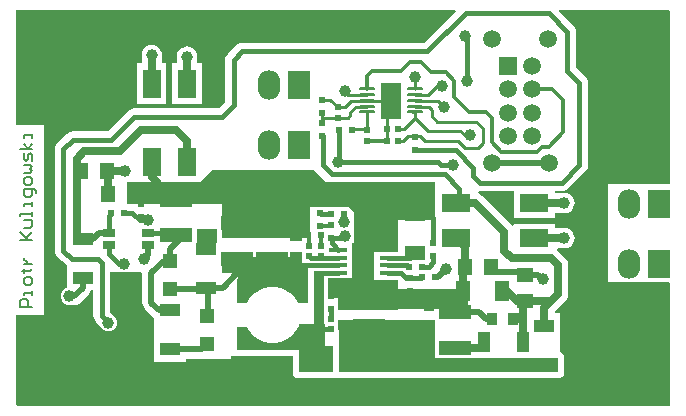
<source format=gtl>
G04 Layer_Physical_Order=1*
G04 Layer_Color=255*
%FSAX23Y23*%
%MOIN*%
G70*
G01*
G75*
%ADD10R,0.067X0.043*%
%ADD11R,0.045X0.057*%
%ADD12R,0.057X0.045*%
%ADD13R,0.039X0.037*%
%ADD14R,0.024X0.024*%
%ADD15R,0.071X0.045*%
%ADD16R,0.064X0.091*%
%ADD17R,0.024X0.020*%
%ADD18R,0.020X0.024*%
%ADD19R,0.035X0.035*%
%ADD20R,0.051X0.047*%
%ADD21R,0.037X0.039*%
%ADD22R,0.045X0.071*%
%ADD23R,0.043X0.026*%
%ADD24R,0.024X0.024*%
%ADD25O,0.057X0.010*%
%ADD26R,0.059X0.098*%
%ADD27R,0.098X0.059*%
%ADD28R,0.106X0.045*%
%ADD29R,0.236X0.016*%
%ADD30R,0.043X0.067*%
%ADD31R,0.066X0.074*%
%ADD32O,0.063X0.016*%
%ADD33C,0.016*%
%ADD34C,0.010*%
%ADD35C,0.012*%
%ADD36C,0.020*%
%ADD37C,0.028*%
%ADD38C,0.008*%
%ADD39R,0.335X0.061*%
%ADD40R,0.179X0.016*%
%ADD41R,0.495X0.049*%
%ADD42R,0.239X0.067*%
%ADD43R,0.073X0.036*%
%ADD44R,0.087X0.070*%
%ADD45R,0.035X0.149*%
%ADD46R,0.138X0.130*%
%ADD47R,0.146X0.236*%
%ADD48R,0.780X0.077*%
%ADD49R,0.298X0.163*%
%ADD50R,0.035X0.085*%
%ADD51R,0.087X0.163*%
%ADD52R,0.322X0.177*%
%ADD53R,0.074X0.168*%
%ADD54R,0.200X0.099*%
%ADD55R,0.068X0.120*%
%ADD56R,0.236X0.064*%
%ADD57R,0.269X0.056*%
%ADD58R,0.075X0.098*%
%ADD59O,0.075X0.098*%
%ADD60C,0.059*%
%ADD61R,0.059X0.059*%
%ADD62C,0.236*%
%ADD63C,0.039*%
G36*
X01078Y00755D02*
Y00746D01*
X01000D01*
X00997Y00749D01*
X01013Y00820D01*
X01078Y00755D01*
D02*
G37*
G36*
X00695Y00749D02*
X00692Y00746D01*
X00620D01*
Y00762D01*
X00678Y00820D01*
X00695Y00749D01*
D02*
G37*
G36*
X02201Y01350D02*
Y00764D01*
X02201Y00764D01*
X02201Y00773D01*
X01996D01*
X01994Y00460D01*
Y00446D01*
X02200D01*
X02201Y00441D01*
Y00032D01*
X00027D01*
X00023Y00036D01*
Y00335D01*
X00116D01*
Y00968D01*
X00023D01*
Y01353D01*
X01485D01*
X01487Y01348D01*
X01381Y01243D01*
X00776D01*
X00769Y01242D01*
X00762Y01239D01*
X00756Y01235D01*
X00728Y01206D01*
X00723Y01200D01*
X00720Y01194D01*
X00720Y01186D01*
Y01046D01*
X00698Y01024D01*
X00414D01*
X00407Y01023D01*
X00401Y01020D01*
X00395Y01016D01*
X00327Y00948D01*
X00211D01*
X00204Y00947D01*
X00198Y00944D01*
X00192Y00940D01*
X00160Y00909D01*
X00156Y00903D01*
X00153Y00896D01*
X00152Y00889D01*
Y00550D01*
X00153Y00543D01*
X00156Y00536D01*
X00160Y00530D01*
X00187Y00504D01*
X00191Y00501D01*
Y00426D01*
X00185Y00424D01*
X00179Y00419D01*
X00175Y00413D01*
X00172Y00406D01*
X00171Y00398D01*
X00172Y00391D01*
X00175Y00384D01*
X00179Y00377D01*
X00185Y00373D01*
X00193Y00370D01*
X00200Y00369D01*
X00216D01*
X00224Y00370D01*
X00231Y00373D01*
X00237Y00377D01*
X00265Y00405D01*
X00265Y00405D01*
X00270Y00411D01*
X00273Y00418D01*
X00273Y00419D01*
X00280D01*
Y00332D01*
X00281Y00325D01*
X00284Y00318D01*
X00288Y00312D01*
X00310Y00290D01*
X00316Y00286D01*
X00323Y00283D01*
X00330Y00282D01*
X00337Y00283D01*
X00344Y00286D01*
X00350Y00290D01*
X00354Y00296D01*
X00357Y00303D01*
X00358Y00310D01*
X00357Y00317D01*
X00354Y00324D01*
X00350Y00330D01*
X00336Y00344D01*
Y00479D01*
X00440D01*
X00443Y00475D01*
X00443Y00475D01*
Y00376D01*
X00444Y00368D01*
X00447Y00361D01*
X00452Y00355D01*
X00477Y00330D01*
X00477Y00330D01*
X00481Y00327D01*
Y00188D01*
X00481Y00188D01*
X00482Y00188D01*
Y00180D01*
X00588D01*
Y00190D01*
X00739D01*
Y00193D01*
X00739Y00198D01*
X00757D01*
X00759Y00198D01*
X00944D01*
Y00145D01*
X00945Y00137D01*
X00950Y00131D01*
X00956Y00126D01*
X00964Y00125D01*
X01051D01*
X01054Y00125D01*
X01091D01*
X01096Y00124D01*
X01828D01*
X01836Y00126D01*
X01842Y00130D01*
X01847Y00137D01*
X01848Y00144D01*
Y00193D01*
X01847Y00201D01*
X01842Y00208D01*
X01836Y00212D01*
Y00259D01*
X01836D01*
Y00341D01*
X01820D01*
X01818Y00346D01*
X01852Y00381D01*
X01858Y00388D01*
X01861Y00396D01*
X01862Y00404D01*
Y00503D01*
X01861Y00512D01*
X01858Y00520D01*
X01852Y00527D01*
X01830Y00549D01*
X01826Y00553D01*
X01828Y00558D01*
X01850D01*
X01859Y00559D01*
X01867Y00562D01*
X01874Y00567D01*
X01879Y00574D01*
X01883Y00583D01*
X01884Y00591D01*
X01883Y00600D01*
X01879Y00608D01*
X01874Y00615D01*
X01867Y00621D01*
X01859Y00624D01*
X01850Y00625D01*
X01819D01*
Y00640D01*
X01681D01*
Y00635D01*
X01676Y00633D01*
X01674Y00635D01*
X01576Y00733D01*
X01569Y00739D01*
X01562Y00742D01*
X01561Y00745D01*
X01561Y00746D01*
X01565Y00749D01*
X01569Y00749D01*
X01681D01*
Y00660D01*
X01819D01*
Y00676D01*
X01850D01*
X01859Y00677D01*
X01867Y00680D01*
X01874Y00686D01*
X01879Y00693D01*
X01883Y00701D01*
X01884Y00709D01*
X01883Y00718D01*
X01879Y00726D01*
X01874Y00733D01*
X01867Y00739D01*
X01859Y00742D01*
X01850Y00743D01*
X01819D01*
Y00749D01*
X01842D01*
X01850Y00750D01*
X01856Y00752D01*
X01862Y00757D01*
X01920Y00814D01*
X01924Y00820D01*
X01927Y00827D01*
X01928Y00834D01*
Y01110D01*
X01927Y01117D01*
X01924Y01124D01*
X01920Y01130D01*
X01888Y01162D01*
Y01280D01*
X01887Y01287D01*
X01884Y01294D01*
X01880Y01300D01*
X01831Y01348D01*
X01833Y01353D01*
X02198D01*
X02201Y01350D01*
D02*
G37*
G36*
X01185Y00727D02*
X01169Y00656D01*
X01104Y00721D01*
Y00730D01*
X01182D01*
X01185Y00727D01*
D02*
G37*
G36*
X00995Y00375D02*
X00963Y00375D01*
X00963Y00375D01*
X00959Y00383D01*
X00948Y00398D01*
X00935Y00410D01*
X00920Y00420D01*
X00904Y00427D01*
X00886Y00430D01*
X00868D01*
X00850Y00427D01*
X00834Y00420D01*
X00819Y00410D01*
X00806Y00398D01*
X00795Y00383D01*
X00791Y00375D01*
X00759Y00375D01*
Y00454D01*
X00995D01*
Y00375D01*
D02*
G37*
G36*
Y00297D02*
Y00218D01*
X00759D01*
Y00297D01*
X00791Y00297D01*
X00795Y00289D01*
X00806Y00274D01*
X00819Y00262D01*
X00834Y00252D01*
X00850Y00245D01*
X00868Y00242D01*
X00886D01*
X00904Y00245D01*
X00920Y00252D01*
X00935Y00262D01*
X00948Y00274D01*
X00959Y00289D01*
X00963Y00297D01*
X00995Y00297D01*
D02*
G37*
%LPC*%
G36*
X00592Y01231D02*
X00584Y01230D01*
X00575Y01227D01*
X00569Y01221D01*
X00563Y01214D01*
X00560Y01206D01*
X00559Y01197D01*
Y01176D01*
X00543D01*
Y01038D01*
X00642D01*
Y01176D01*
X00626D01*
Y01197D01*
X00625Y01206D01*
X00622Y01214D01*
X00616Y01221D01*
X00609Y01227D01*
X00601Y01230D01*
X00592Y01231D01*
D02*
G37*
G36*
X00474Y01236D02*
X00466Y01235D01*
X00457Y01232D01*
X00450Y01226D01*
X00445Y01219D01*
X00442Y01211D01*
X00441Y01202D01*
Y01176D01*
X00425D01*
Y01038D01*
X00523D01*
Y01176D01*
X00508D01*
Y01202D01*
X00507Y01211D01*
X00503Y01219D01*
X00498Y01226D01*
X00491Y01232D01*
X00483Y01235D01*
X00474Y01236D01*
D02*
G37*
%LPD*%
D10*
X00244Y00460D02*
D03*
Y00590D02*
D03*
X00535Y00221D02*
D03*
Y00351D02*
D03*
X00656Y00427D02*
D03*
Y00557D02*
D03*
X01783Y00170D02*
D03*
Y00300D02*
D03*
D11*
X00326Y00814D02*
D03*
X00240D02*
D03*
X00416Y00738D02*
D03*
X00330D02*
D03*
X01520Y00497D02*
D03*
X01606D02*
D03*
D12*
X01719Y00469D02*
D03*
Y00382D02*
D03*
D13*
X00956Y00528D02*
D03*
Y00598D02*
D03*
X01115Y00302D02*
D03*
Y00372D02*
D03*
D14*
X01073Y00288D02*
D03*
Y00323D02*
D03*
X01038Y00531D02*
D03*
Y00567D02*
D03*
X01000Y00531D02*
D03*
Y00567D02*
D03*
X01193Y00952D02*
D03*
Y00916D02*
D03*
X01096Y00993D02*
D03*
Y01028D02*
D03*
D15*
X01351Y00543D02*
D03*
Y00673D02*
D03*
X00657Y00598D02*
D03*
Y00728D02*
D03*
D16*
X01047Y00190D02*
D03*
X01213D02*
D03*
D17*
X01034Y00676D02*
D03*
Y00632D02*
D03*
X01073Y00593D02*
D03*
Y00637D02*
D03*
X01334Y00415D02*
D03*
Y00458D02*
D03*
X01412Y00574D02*
D03*
Y00531D02*
D03*
X01073Y00399D02*
D03*
Y00356D02*
D03*
X00439Y00707D02*
D03*
Y00663D02*
D03*
X01351Y00930D02*
D03*
Y00886D02*
D03*
X01043Y00975D02*
D03*
Y00932D02*
D03*
Y01053D02*
D03*
Y01010D02*
D03*
D18*
X01071Y00673D02*
D03*
X01115D02*
D03*
X01376Y00461D02*
D03*
X01419D02*
D03*
X01374Y00497D02*
D03*
X01331D02*
D03*
X00994Y00602D02*
D03*
X01038D02*
D03*
X00383Y00675D02*
D03*
X00339D02*
D03*
X01141Y00951D02*
D03*
X01097D02*
D03*
D19*
X01400Y00297D02*
D03*
Y00367D02*
D03*
D20*
X00660Y00333D02*
D03*
Y00239D02*
D03*
X00536Y00422D02*
D03*
Y00516D02*
D03*
D21*
X01677Y00322D02*
D03*
X01607D02*
D03*
D22*
X01641Y00417D02*
D03*
X01511D02*
D03*
D23*
X00461Y00570D02*
D03*
X00331D02*
D03*
X00461Y00610D02*
D03*
X00331D02*
D03*
D24*
X01295Y00916D02*
D03*
X01260D02*
D03*
X01296Y00955D02*
D03*
X01260D02*
D03*
D25*
X01353Y01011D02*
D03*
Y01030D02*
D03*
Y01050D02*
D03*
Y01070D02*
D03*
Y01089D02*
D03*
X01193Y01011D02*
D03*
Y01030D02*
D03*
Y01050D02*
D03*
Y01070D02*
D03*
Y01089D02*
D03*
D26*
X00592Y01107D02*
D03*
Y00847D02*
D03*
X00474D02*
D03*
Y01107D02*
D03*
D27*
X01490Y00709D02*
D03*
X01750D02*
D03*
Y00591D02*
D03*
X01490D02*
D03*
D28*
X00760Y00641D02*
D03*
Y00523D02*
D03*
X00876Y00641D02*
D03*
Y00523D02*
D03*
X01198Y00416D02*
D03*
Y00298D02*
D03*
X01318Y00378D02*
D03*
Y00260D02*
D03*
X00556Y00720D02*
D03*
Y00602D02*
D03*
X01486Y00345D02*
D03*
Y00227D02*
D03*
D29*
X00877Y00226D02*
D03*
Y00446D02*
D03*
D30*
X01582Y00246D02*
D03*
X01712D02*
D03*
D31*
X01180Y00514D02*
D03*
D32*
X01264Y00476D02*
D03*
Y00501D02*
D03*
Y00527D02*
D03*
Y00552D02*
D03*
X01096Y00476D02*
D03*
Y00501D02*
D03*
Y00527D02*
D03*
Y00552D02*
D03*
D33*
X01097Y00847D02*
Y00955D01*
X01095Y00847D02*
X01097D01*
X01546Y00799D02*
Y00826D01*
X01487Y00885D02*
X01546Y00826D01*
X01351Y00885D02*
X01487D01*
X01074Y00575D02*
Y00593D01*
X00414Y00996D02*
X00709D01*
X00338Y00920D02*
X00414Y00996D01*
X01569Y00776D02*
X01842D01*
X01546Y00799D02*
X01569Y00776D01*
X01797Y01343D02*
X01860Y01280D01*
X01521Y01343D02*
X01797D01*
X01412Y00512D02*
Y00531D01*
X01397Y00497D02*
X01412Y00512D01*
X01351Y00673D02*
X01398D01*
X01412Y00659D01*
Y00574D02*
Y00659D01*
X01374Y00497D02*
X01397D01*
X00906Y00646D02*
X00930D01*
X01035Y00476D02*
X01096D01*
X01073Y00323D02*
Y00356D01*
X01040Y00288D02*
X01073D01*
X01280Y00384D02*
X01322D01*
X01328Y00287D02*
X01341Y00300D01*
X01322Y00460D02*
X01373D01*
X01325Y00502D02*
X01331Y00495D01*
X01263Y00502D02*
X01325D01*
X01334Y00527D02*
X01351Y00543D01*
X01263Y00527D02*
X01334D01*
X01004D02*
X01096D01*
X01524Y01117D02*
Y01266D01*
X00747Y01034D02*
Y01186D01*
X00709Y00996D02*
X00747Y01034D01*
X01439Y00836D02*
X01479D01*
X01842Y00776D02*
X01900Y00834D01*
X01860Y01150D02*
Y01280D01*
Y01150D02*
X01900Y01110D01*
Y00834D02*
Y01110D01*
X00939Y00502D02*
X01096D01*
X01074Y00575D02*
X01096Y00553D01*
X01000Y00531D02*
X01004Y00527D01*
X01263Y00476D02*
X01306D01*
X01322Y00460D01*
X00180Y00550D02*
X00207Y00523D01*
X00180Y00550D02*
Y00889D01*
X00211Y00920D01*
X00338D01*
X00331Y00667D02*
X00339Y00675D01*
X00331Y00610D02*
Y00667D01*
X00308Y00332D02*
X00330Y00310D01*
X00308Y00332D02*
Y00509D01*
X00294Y00523D02*
X00308Y00509D01*
X00207Y00523D02*
X00294D01*
X00364Y00507D02*
X00381D01*
X00331Y00540D02*
X00364Y00507D01*
X00331Y00540D02*
Y00570D01*
X00461Y00610D02*
X00566D01*
X00383Y00675D02*
X00410D01*
X00434Y00651D02*
X00460D01*
Y00652D02*
X00461D01*
X00410Y00675D02*
X00434Y00651D01*
X00747Y01186D02*
X00776Y01215D01*
X01393D01*
X01521Y01343D01*
X01037Y00673D02*
X01071D01*
X01113Y00593D02*
X01118Y00598D01*
X01073Y00593D02*
X01074D01*
X01113D01*
X01095Y00847D02*
X01429D01*
X01439Y00836D01*
X01044Y00837D02*
Y00932D01*
Y00837D02*
X01076Y00805D01*
X01451D01*
X01500Y00756D01*
Y00709D02*
Y00756D01*
X01116Y00646D02*
Y00672D01*
D34*
X01193Y00955D02*
Y01011D01*
X01141Y00955D02*
X01193D01*
X01260Y00916D02*
Y00955D01*
X01555Y00980D02*
X01577Y00958D01*
Y00908D02*
Y00958D01*
X01562Y00893D02*
X01577Y00908D01*
X01518Y00893D02*
X01562D01*
X01370Y00932D02*
X01386Y00916D01*
X01329Y00932D02*
X01370D01*
X01313Y00916D02*
X01329Y00932D01*
X01386Y00916D02*
X01494D01*
X01295D02*
X01313D01*
X01494D02*
X01518Y00893D01*
X01518Y00936D02*
X01536D01*
X01503Y00950D02*
X01518Y00936D01*
X01409Y00998D02*
X01426Y00980D01*
X01424Y01099D02*
X01441D01*
X01395Y01070D02*
X01424Y01099D01*
X01353Y01070D02*
X01395D01*
X01353Y01089D02*
Y01130D01*
X01428Y01050D02*
X01448Y01030D01*
X01353Y01050D02*
X01428D01*
X01316Y00955D02*
X01353Y00992D01*
Y01011D01*
X01296Y00955D02*
X01316D01*
X01341Y01011D02*
X01353D01*
X01117Y01081D02*
X01128Y01070D01*
X01260Y00955D02*
Y01006D01*
X01409Y00998D02*
Y01019D01*
X01398Y01030D02*
X01409Y01019D01*
X01353Y01030D02*
X01398D01*
X01193Y01050D02*
X01271Y01048D01*
X01128Y01070D02*
X01193D01*
X01140Y01050D02*
X01193D01*
X01127Y00993D02*
X01136Y01002D01*
X01096Y00993D02*
X01127D01*
X01118Y01028D02*
X01140Y01050D01*
X01096Y01028D02*
X01118D01*
X01095D02*
X01096D01*
X01070Y01053D02*
X01095Y01028D01*
X01043Y01053D02*
X01070D01*
X01043Y00993D02*
X01096D01*
X01043Y00983D02*
X01044Y00982D01*
X01043Y00983D02*
Y01010D01*
X01136Y01002D02*
Y01012D01*
X01154Y01030D01*
X01193D01*
X01353Y00992D02*
X01394Y00950D01*
X01503D01*
X01426Y00980D02*
X01555D01*
X01260Y01006D02*
X01270Y01016D01*
X01271Y01048D01*
D35*
X01193Y00916D02*
X01259D01*
X01532Y01013D02*
X01588D01*
X01483Y01062D02*
X01532Y01013D01*
X01483Y01062D02*
Y01115D01*
X01639Y00880D02*
X01760D01*
X01776Y00896D01*
X01798D01*
X01846Y00944D01*
Y01053D01*
X01193Y01089D02*
Y01133D01*
X01208Y01148D01*
X01306D01*
X01336Y01178D01*
X01372D01*
X01405Y01145D01*
X01454D01*
X01483Y01115D01*
X01608Y00912D02*
X01639Y00880D01*
X01608Y00912D02*
Y00993D01*
X01588Y01013D02*
X01608Y00993D01*
X00997Y00567D02*
Y00599D01*
X01037Y00566D02*
Y00597D01*
X01810Y01089D02*
X01846Y01053D01*
X01742Y01089D02*
X01810D01*
X01034Y00632D02*
X01069D01*
D36*
X00642Y00221D02*
X00660Y00239D01*
X00535Y00221D02*
X00642D01*
X00514Y00516D02*
X00536D01*
X00473Y00475D02*
X00514Y00516D01*
X00473Y00376D02*
Y00475D01*
Y00376D02*
X00498Y00351D01*
X00535D01*
X00656Y00427D02*
X00711D01*
X00661Y00333D02*
Y00422D01*
X00536Y00422D02*
X00661D01*
X00536Y00516D02*
Y00557D01*
X00571Y00592D01*
X01698Y00480D02*
X01709Y00469D01*
X01624Y00480D02*
X01698D01*
X01610Y00494D02*
X01624Y00480D01*
X01762Y00469D02*
X01776Y00454D01*
X01719Y00469D02*
X01762D01*
X01428Y00461D02*
X01455Y00488D01*
X01419Y00461D02*
X01428D01*
X01709Y00469D02*
X01719D01*
X01610Y00843D02*
X01797D01*
X00798Y00517D02*
X00905D01*
X00918Y00504D01*
X00200Y00398D02*
X00216D01*
X00244Y00426D01*
Y00460D01*
X00461Y00535D02*
Y00570D01*
X00449Y00523D02*
X00461Y00535D01*
X00244Y00590D02*
X00277D01*
X00297Y00610D01*
X00331D01*
X00711Y00427D02*
X00760Y00476D01*
X01589Y00322D02*
X01607D01*
X01566Y00345D02*
X01589Y00322D01*
X01486Y00345D02*
X01566D01*
D37*
X01750Y00591D02*
X01850D01*
X01500Y00709D02*
X01552D01*
X01675Y00525D02*
X01806D01*
X01650Y00550D02*
X01675Y00525D01*
X01650Y00550D02*
Y00611D01*
X01750Y00709D02*
X01850D01*
X00474Y01107D02*
Y01202D01*
X00592Y01107D02*
Y01197D01*
Y00847D02*
Y00914D01*
X00555Y00951D02*
X00592Y00914D01*
X00438Y00951D02*
X00555D01*
X00506Y00732D02*
Y00763D01*
X00474Y00794D02*
X00506Y00763D01*
X00474Y00794D02*
Y00847D01*
X01828Y00404D02*
Y00503D01*
X01806Y00525D02*
X01828Y00503D01*
X01806Y00382D02*
X01828Y00404D01*
X01652Y00421D02*
X01692Y00382D01*
X01719D01*
X01552Y00709D02*
X01650Y00611D01*
X00241Y00590D02*
X00244D01*
X00225Y00606D02*
X00241Y00590D01*
X00225Y00606D02*
Y00857D01*
X00249Y00881D02*
X00368D01*
X00438Y00951D01*
X00228Y00860D02*
X00249Y00881D01*
X00225Y00857D02*
X00249Y00881D01*
X00337Y00815D02*
X00385D01*
X00330Y00738D02*
Y00811D01*
X00335Y00817D02*
X00337Y00815D01*
X01719Y00382D02*
X01806D01*
X01783Y00300D02*
Y00359D01*
X01806Y00382D01*
X01677Y00322D02*
X01695D01*
X01486Y00227D02*
X01563D01*
X01712Y00375D02*
X01719Y00382D01*
X01712Y00246D02*
Y00339D01*
Y00375D01*
X01695Y00322D02*
X01712Y00339D01*
X01511Y00488D02*
X01520Y00497D01*
X01511Y00417D02*
Y00433D01*
Y00488D01*
X01510Y00434D02*
X01511Y00433D01*
X01520Y00497D02*
Y00561D01*
X01490Y00591D02*
X01520Y00561D01*
D38*
X00075Y00363D02*
X00036D01*
Y00383D01*
X00042Y00389D01*
X00055D01*
X00062Y00383D01*
Y00363D01*
X00075Y00402D02*
Y00415D01*
Y00409D01*
X00049D01*
Y00402D01*
X00075Y00442D02*
Y00455D01*
X00068Y00461D01*
X00055D01*
X00049Y00455D01*
Y00442D01*
X00055Y00435D01*
X00068D01*
X00075Y00442D01*
X00042Y00481D02*
X00049D01*
Y00475D01*
Y00488D01*
Y00481D01*
X00068D01*
X00075Y00488D01*
X00049Y00507D02*
X00075D01*
X00062D01*
X00055Y00514D01*
X00049Y00520D01*
Y00527D01*
X00036Y00586D02*
X00075D01*
X00062D01*
X00036Y00612D01*
X00055Y00593D01*
X00075Y00612D01*
X00049Y00625D02*
X00068D01*
X00075Y00632D01*
Y00652D01*
X00049D01*
X00075Y00665D02*
Y00678D01*
Y00671D01*
X00036D01*
Y00665D01*
X00075Y00698D02*
Y00711D01*
Y00704D01*
X00049D01*
Y00698D01*
X00088Y00743D02*
Y00750D01*
X00082Y00757D01*
X00049D01*
Y00737D01*
X00055Y00730D01*
X00068D01*
X00075Y00737D01*
Y00757D01*
Y00776D02*
Y00789D01*
X00068Y00796D01*
X00055D01*
X00049Y00789D01*
Y00776D01*
X00055Y00770D01*
X00068D01*
X00075Y00776D01*
X00049Y00809D02*
X00068D01*
X00075Y00816D01*
X00068Y00822D01*
X00075Y00829D01*
X00068Y00835D01*
X00049D01*
X00075Y00848D02*
Y00868D01*
X00068Y00875D01*
X00062Y00868D01*
Y00855D01*
X00055Y00848D01*
X00049Y00855D01*
Y00875D01*
X00075Y00888D02*
X00036D01*
X00062D02*
X00049Y00907D01*
X00062Y00888D02*
X00075Y00907D01*
Y00927D02*
Y00940D01*
Y00934D01*
X00049D01*
Y00927D01*
D39*
X00845Y00789D02*
D03*
D40*
X01079Y00702D02*
D03*
D41*
X01581Y00169D02*
D03*
D42*
X01410Y00388D02*
D03*
D43*
X00788Y00640D02*
D03*
D44*
X01104Y00424D02*
D03*
D45*
X01033Y00410D02*
D03*
D46*
X01352Y00715D02*
D03*
D47*
X01222Y00662D02*
D03*
D48*
X00783Y00742D02*
D03*
D49*
X00856Y00673D02*
D03*
D50*
X01033Y00311D02*
D03*
D51*
X01008Y00227D02*
D03*
D52*
X01257Y00233D02*
D03*
D53*
X01180Y00491D02*
D03*
D54*
X01196Y00403D02*
D03*
D55*
X01272Y01050D02*
D03*
D56*
X00877Y00477D02*
D03*
D57*
X00841Y00502D02*
D03*
D58*
X00964Y01101D02*
D03*
Y00901D02*
D03*
X02165Y00707D02*
D03*
Y00507D02*
D03*
D59*
X00864Y01101D02*
D03*
Y00901D02*
D03*
X02065Y00707D02*
D03*
Y00507D02*
D03*
D60*
X01742Y01089D02*
D03*
X01663D02*
D03*
Y00931D02*
D03*
X01742Y01167D02*
D03*
X01796Y01256D02*
D03*
X01609D02*
D03*
X01610Y00843D02*
D03*
X01797D02*
D03*
X01742Y00931D02*
D03*
Y01010D02*
D03*
X01663D02*
D03*
D61*
Y01167D02*
D03*
D62*
X00197Y00197D02*
D03*
X02047D02*
D03*
Y01181D02*
D03*
X00197D02*
D03*
D63*
X01271Y01048D02*
D03*
X00870Y00728D02*
D03*
X00815Y00729D02*
D03*
X00761Y00728D02*
D03*
X01850Y00591D02*
D03*
Y00709D02*
D03*
X01536Y00936D02*
D03*
X00385Y00815D02*
D03*
X00592Y01197D02*
D03*
X00475Y01202D02*
D03*
X01777Y00455D02*
D03*
X01282Y00192D02*
D03*
X01455Y00488D02*
D03*
X01441Y01099D02*
D03*
X01448Y01030D02*
D03*
X01353Y01130D02*
D03*
X01117Y01081D02*
D03*
X01524Y01117D02*
D03*
X01479Y00836D02*
D03*
X00200Y00398D02*
D03*
X01520Y01266D02*
D03*
X00330Y00310D02*
D03*
X01095Y00847D02*
D03*
X01361Y00728D02*
D03*
X01118Y00598D02*
D03*
X01223Y00589D02*
D03*
X01105Y00428D02*
D03*
X00381Y00507D02*
D03*
X00449Y00523D02*
D03*
X00461Y00652D02*
D03*
X00474Y00734D02*
D03*
X00760Y00493D02*
D03*
X00786Y00692D02*
D03*
X00735D02*
D03*
X00841D02*
D03*
X00897D02*
D03*
X01180Y00497D02*
D03*
Y00531D02*
D03*
X00957Y00650D02*
D03*
X01277Y00420D02*
D03*
X01116Y00646D02*
D03*
X01392Y00401D02*
D03*
M02*

</source>
